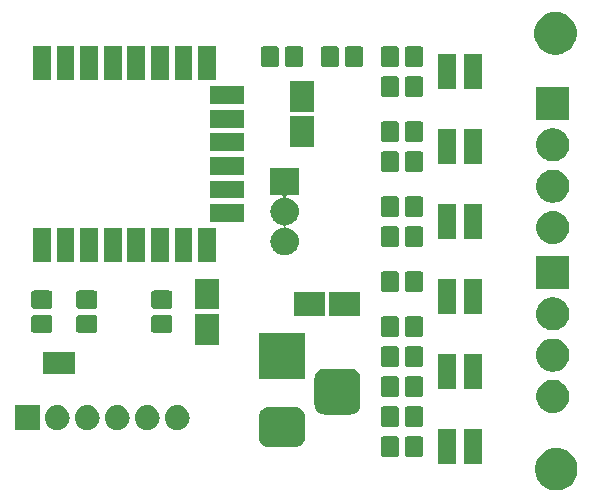
<source format=gbr>
G04 #@! TF.GenerationSoftware,KiCad,Pcbnew,(5.1.2-1)-1*
G04 #@! TF.CreationDate,2019-06-02T20:44:53-07:00*
G04 #@! TF.ProjectId,esp_lights,6573705f-6c69-4676-9874-732e6b696361,rev?*
G04 #@! TF.SameCoordinates,Original*
G04 #@! TF.FileFunction,Soldermask,Top*
G04 #@! TF.FilePolarity,Negative*
%FSLAX46Y46*%
G04 Gerber Fmt 4.6, Leading zero omitted, Abs format (unit mm)*
G04 Created by KiCad (PCBNEW (5.1.2-1)-1) date 2019-06-02 20:44:53*
%MOMM*%
%LPD*%
G04 APERTURE LIST*
%ADD10C,0.100000*%
G04 APERTURE END LIST*
D10*
G36*
X189951163Y-99194587D02*
G01*
X190125041Y-99229173D01*
X190452620Y-99364861D01*
X190747433Y-99561849D01*
X190998151Y-99812567D01*
X191195139Y-100107380D01*
X191330827Y-100434959D01*
X191400000Y-100782716D01*
X191400000Y-101137284D01*
X191330827Y-101485041D01*
X191195139Y-101812620D01*
X190998151Y-102107433D01*
X190747433Y-102358151D01*
X190452620Y-102555139D01*
X190125041Y-102690827D01*
X189951163Y-102725413D01*
X189777286Y-102760000D01*
X189422714Y-102760000D01*
X189248838Y-102725414D01*
X189074959Y-102690827D01*
X188747380Y-102555139D01*
X188452567Y-102358151D01*
X188201849Y-102107433D01*
X188004861Y-101812620D01*
X187869173Y-101485041D01*
X187800000Y-101137284D01*
X187800000Y-100782716D01*
X187869173Y-100434959D01*
X188004861Y-100107380D01*
X188201849Y-99812567D01*
X188452567Y-99561849D01*
X188747380Y-99364861D01*
X189074959Y-99229173D01*
X189248837Y-99194587D01*
X189422714Y-99160000D01*
X189777286Y-99160000D01*
X189951163Y-99194587D01*
X189951163Y-99194587D01*
G37*
G36*
X181080000Y-100535000D02*
G01*
X179620000Y-100535000D01*
X179620000Y-97585000D01*
X181080000Y-97585000D01*
X181080000Y-100535000D01*
X181080000Y-100535000D01*
G37*
G36*
X183280000Y-100535000D02*
G01*
X181820000Y-100535000D01*
X181820000Y-97585000D01*
X183280000Y-97585000D01*
X183280000Y-100535000D01*
X183280000Y-100535000D01*
G37*
G36*
X178115529Y-98165710D02*
G01*
X178165378Y-98180831D01*
X178211310Y-98205382D01*
X178251574Y-98238426D01*
X178284618Y-98278690D01*
X178309169Y-98324622D01*
X178324290Y-98374471D01*
X178330000Y-98432444D01*
X178330000Y-99687556D01*
X178324290Y-99745529D01*
X178309169Y-99795378D01*
X178284618Y-99841310D01*
X178251574Y-99881574D01*
X178211310Y-99914618D01*
X178165378Y-99939169D01*
X178115529Y-99954290D01*
X178057556Y-99960000D01*
X177052444Y-99960000D01*
X176994471Y-99954290D01*
X176944622Y-99939169D01*
X176898690Y-99914618D01*
X176858426Y-99881574D01*
X176825382Y-99841310D01*
X176800831Y-99795378D01*
X176785710Y-99745529D01*
X176780000Y-99687556D01*
X176780000Y-98432444D01*
X176785710Y-98374471D01*
X176800831Y-98324622D01*
X176825382Y-98278690D01*
X176858426Y-98238426D01*
X176898690Y-98205382D01*
X176944622Y-98180831D01*
X176994471Y-98165710D01*
X177052444Y-98160000D01*
X178057556Y-98160000D01*
X178115529Y-98165710D01*
X178115529Y-98165710D01*
G37*
G36*
X176065529Y-98165710D02*
G01*
X176115378Y-98180831D01*
X176161310Y-98205382D01*
X176201574Y-98238426D01*
X176234618Y-98278690D01*
X176259169Y-98324622D01*
X176274290Y-98374471D01*
X176280000Y-98432444D01*
X176280000Y-99687556D01*
X176274290Y-99745529D01*
X176259169Y-99795378D01*
X176234618Y-99841310D01*
X176201574Y-99881574D01*
X176161310Y-99914618D01*
X176115378Y-99939169D01*
X176065529Y-99954290D01*
X176007556Y-99960000D01*
X175002444Y-99960000D01*
X174944471Y-99954290D01*
X174894622Y-99939169D01*
X174848690Y-99914618D01*
X174808426Y-99881574D01*
X174775382Y-99841310D01*
X174750831Y-99795378D01*
X174735710Y-99745529D01*
X174730000Y-99687556D01*
X174730000Y-98432444D01*
X174735710Y-98374471D01*
X174750831Y-98324622D01*
X174775382Y-98278690D01*
X174808426Y-98238426D01*
X174848690Y-98205382D01*
X174894622Y-98180831D01*
X174944471Y-98165710D01*
X175002444Y-98160000D01*
X176007556Y-98160000D01*
X176065529Y-98165710D01*
X176065529Y-98165710D01*
G37*
G36*
X167686017Y-95715724D02*
G01*
X167833631Y-95760503D01*
X167969671Y-95833218D01*
X168088918Y-95931082D01*
X168186782Y-96050329D01*
X168259497Y-96186369D01*
X168304276Y-96333983D01*
X168320000Y-96493640D01*
X168320000Y-98306360D01*
X168304276Y-98466017D01*
X168259497Y-98613631D01*
X168186782Y-98749671D01*
X168088918Y-98868918D01*
X167969671Y-98966782D01*
X167833631Y-99039497D01*
X167686017Y-99084276D01*
X167526360Y-99100000D01*
X165213640Y-99100000D01*
X165053983Y-99084276D01*
X164906369Y-99039497D01*
X164770329Y-98966782D01*
X164651082Y-98868918D01*
X164553218Y-98749671D01*
X164480503Y-98613631D01*
X164435724Y-98466017D01*
X164420000Y-98306360D01*
X164420000Y-96493640D01*
X164435724Y-96333983D01*
X164480503Y-96186369D01*
X164553218Y-96050329D01*
X164651082Y-95931082D01*
X164770329Y-95833218D01*
X164906369Y-95760503D01*
X165053983Y-95715724D01*
X165213640Y-95700000D01*
X167526360Y-95700000D01*
X167686017Y-95715724D01*
X167686017Y-95715724D01*
G37*
G36*
X145850000Y-97650000D02*
G01*
X143750000Y-97650000D01*
X143750000Y-95550000D01*
X145850000Y-95550000D01*
X145850000Y-97650000D01*
X145850000Y-97650000D01*
G37*
G36*
X157628707Y-95557597D02*
G01*
X157705836Y-95565193D01*
X157886511Y-95620000D01*
X157903765Y-95625234D01*
X158086170Y-95722732D01*
X158246055Y-95853945D01*
X158377268Y-96013830D01*
X158474766Y-96196235D01*
X158474767Y-96196238D01*
X158534807Y-96394164D01*
X158555080Y-96600000D01*
X158534807Y-96805836D01*
X158474767Y-97003762D01*
X158474766Y-97003765D01*
X158377268Y-97186170D01*
X158246055Y-97346055D01*
X158086170Y-97477268D01*
X157903765Y-97574766D01*
X157903762Y-97574767D01*
X157705836Y-97634807D01*
X157628707Y-97642403D01*
X157551580Y-97650000D01*
X157448420Y-97650000D01*
X157371293Y-97642403D01*
X157294164Y-97634807D01*
X157096238Y-97574767D01*
X157096235Y-97574766D01*
X156913830Y-97477268D01*
X156753945Y-97346055D01*
X156622732Y-97186170D01*
X156525234Y-97003765D01*
X156525233Y-97003762D01*
X156465193Y-96805836D01*
X156444920Y-96600000D01*
X156465193Y-96394164D01*
X156525233Y-96196238D01*
X156525234Y-96196235D01*
X156622732Y-96013830D01*
X156753945Y-95853945D01*
X156913830Y-95722732D01*
X157096235Y-95625234D01*
X157113489Y-95620000D01*
X157294164Y-95565193D01*
X157371293Y-95557597D01*
X157448420Y-95550000D01*
X157551580Y-95550000D01*
X157628707Y-95557597D01*
X157628707Y-95557597D01*
G37*
G36*
X155088707Y-95557597D02*
G01*
X155165836Y-95565193D01*
X155346511Y-95620000D01*
X155363765Y-95625234D01*
X155546170Y-95722732D01*
X155706055Y-95853945D01*
X155837268Y-96013830D01*
X155934766Y-96196235D01*
X155934767Y-96196238D01*
X155994807Y-96394164D01*
X156015080Y-96600000D01*
X155994807Y-96805836D01*
X155934767Y-97003762D01*
X155934766Y-97003765D01*
X155837268Y-97186170D01*
X155706055Y-97346055D01*
X155546170Y-97477268D01*
X155363765Y-97574766D01*
X155363762Y-97574767D01*
X155165836Y-97634807D01*
X155088707Y-97642403D01*
X155011580Y-97650000D01*
X154908420Y-97650000D01*
X154831293Y-97642403D01*
X154754164Y-97634807D01*
X154556238Y-97574767D01*
X154556235Y-97574766D01*
X154373830Y-97477268D01*
X154213945Y-97346055D01*
X154082732Y-97186170D01*
X153985234Y-97003765D01*
X153985233Y-97003762D01*
X153925193Y-96805836D01*
X153904920Y-96600000D01*
X153925193Y-96394164D01*
X153985233Y-96196238D01*
X153985234Y-96196235D01*
X154082732Y-96013830D01*
X154213945Y-95853945D01*
X154373830Y-95722732D01*
X154556235Y-95625234D01*
X154573489Y-95620000D01*
X154754164Y-95565193D01*
X154831293Y-95557597D01*
X154908420Y-95550000D01*
X155011580Y-95550000D01*
X155088707Y-95557597D01*
X155088707Y-95557597D01*
G37*
G36*
X152548707Y-95557597D02*
G01*
X152625836Y-95565193D01*
X152806511Y-95620000D01*
X152823765Y-95625234D01*
X153006170Y-95722732D01*
X153166055Y-95853945D01*
X153297268Y-96013830D01*
X153394766Y-96196235D01*
X153394767Y-96196238D01*
X153454807Y-96394164D01*
X153475080Y-96600000D01*
X153454807Y-96805836D01*
X153394767Y-97003762D01*
X153394766Y-97003765D01*
X153297268Y-97186170D01*
X153166055Y-97346055D01*
X153006170Y-97477268D01*
X152823765Y-97574766D01*
X152823762Y-97574767D01*
X152625836Y-97634807D01*
X152548707Y-97642403D01*
X152471580Y-97650000D01*
X152368420Y-97650000D01*
X152291293Y-97642403D01*
X152214164Y-97634807D01*
X152016238Y-97574767D01*
X152016235Y-97574766D01*
X151833830Y-97477268D01*
X151673945Y-97346055D01*
X151542732Y-97186170D01*
X151445234Y-97003765D01*
X151445233Y-97003762D01*
X151385193Y-96805836D01*
X151364920Y-96600000D01*
X151385193Y-96394164D01*
X151445233Y-96196238D01*
X151445234Y-96196235D01*
X151542732Y-96013830D01*
X151673945Y-95853945D01*
X151833830Y-95722732D01*
X152016235Y-95625234D01*
X152033489Y-95620000D01*
X152214164Y-95565193D01*
X152291293Y-95557597D01*
X152368420Y-95550000D01*
X152471580Y-95550000D01*
X152548707Y-95557597D01*
X152548707Y-95557597D01*
G37*
G36*
X150008707Y-95557597D02*
G01*
X150085836Y-95565193D01*
X150266511Y-95620000D01*
X150283765Y-95625234D01*
X150466170Y-95722732D01*
X150626055Y-95853945D01*
X150757268Y-96013830D01*
X150854766Y-96196235D01*
X150854767Y-96196238D01*
X150914807Y-96394164D01*
X150935080Y-96600000D01*
X150914807Y-96805836D01*
X150854767Y-97003762D01*
X150854766Y-97003765D01*
X150757268Y-97186170D01*
X150626055Y-97346055D01*
X150466170Y-97477268D01*
X150283765Y-97574766D01*
X150283762Y-97574767D01*
X150085836Y-97634807D01*
X150008707Y-97642403D01*
X149931580Y-97650000D01*
X149828420Y-97650000D01*
X149751293Y-97642403D01*
X149674164Y-97634807D01*
X149476238Y-97574767D01*
X149476235Y-97574766D01*
X149293830Y-97477268D01*
X149133945Y-97346055D01*
X149002732Y-97186170D01*
X148905234Y-97003765D01*
X148905233Y-97003762D01*
X148845193Y-96805836D01*
X148824920Y-96600000D01*
X148845193Y-96394164D01*
X148905233Y-96196238D01*
X148905234Y-96196235D01*
X149002732Y-96013830D01*
X149133945Y-95853945D01*
X149293830Y-95722732D01*
X149476235Y-95625234D01*
X149493489Y-95620000D01*
X149674164Y-95565193D01*
X149751293Y-95557597D01*
X149828420Y-95550000D01*
X149931580Y-95550000D01*
X150008707Y-95557597D01*
X150008707Y-95557597D01*
G37*
G36*
X147468707Y-95557597D02*
G01*
X147545836Y-95565193D01*
X147726511Y-95620000D01*
X147743765Y-95625234D01*
X147926170Y-95722732D01*
X148086055Y-95853945D01*
X148217268Y-96013830D01*
X148314766Y-96196235D01*
X148314767Y-96196238D01*
X148374807Y-96394164D01*
X148395080Y-96600000D01*
X148374807Y-96805836D01*
X148314767Y-97003762D01*
X148314766Y-97003765D01*
X148217268Y-97186170D01*
X148086055Y-97346055D01*
X147926170Y-97477268D01*
X147743765Y-97574766D01*
X147743762Y-97574767D01*
X147545836Y-97634807D01*
X147468707Y-97642403D01*
X147391580Y-97650000D01*
X147288420Y-97650000D01*
X147211293Y-97642403D01*
X147134164Y-97634807D01*
X146936238Y-97574767D01*
X146936235Y-97574766D01*
X146753830Y-97477268D01*
X146593945Y-97346055D01*
X146462732Y-97186170D01*
X146365234Y-97003765D01*
X146365233Y-97003762D01*
X146305193Y-96805836D01*
X146284920Y-96600000D01*
X146305193Y-96394164D01*
X146365233Y-96196238D01*
X146365234Y-96196235D01*
X146462732Y-96013830D01*
X146593945Y-95853945D01*
X146753830Y-95722732D01*
X146936235Y-95625234D01*
X146953489Y-95620000D01*
X147134164Y-95565193D01*
X147211293Y-95557597D01*
X147288420Y-95550000D01*
X147391580Y-95550000D01*
X147468707Y-95557597D01*
X147468707Y-95557597D01*
G37*
G36*
X176065529Y-95625710D02*
G01*
X176115378Y-95640831D01*
X176161310Y-95665382D01*
X176201574Y-95698426D01*
X176234618Y-95738690D01*
X176259169Y-95784622D01*
X176274290Y-95834471D01*
X176280000Y-95892444D01*
X176280000Y-97147556D01*
X176274290Y-97205529D01*
X176259169Y-97255378D01*
X176234618Y-97301310D01*
X176201574Y-97341574D01*
X176161310Y-97374618D01*
X176115378Y-97399169D01*
X176065529Y-97414290D01*
X176007556Y-97420000D01*
X175002444Y-97420000D01*
X174944471Y-97414290D01*
X174894622Y-97399169D01*
X174848690Y-97374618D01*
X174808426Y-97341574D01*
X174775382Y-97301310D01*
X174750831Y-97255378D01*
X174735710Y-97205529D01*
X174730000Y-97147556D01*
X174730000Y-95892444D01*
X174735710Y-95834471D01*
X174750831Y-95784622D01*
X174775382Y-95738690D01*
X174808426Y-95698426D01*
X174848690Y-95665382D01*
X174894622Y-95640831D01*
X174944471Y-95625710D01*
X175002444Y-95620000D01*
X176007556Y-95620000D01*
X176065529Y-95625710D01*
X176065529Y-95625710D01*
G37*
G36*
X178115529Y-95625710D02*
G01*
X178165378Y-95640831D01*
X178211310Y-95665382D01*
X178251574Y-95698426D01*
X178284618Y-95738690D01*
X178309169Y-95784622D01*
X178324290Y-95834471D01*
X178330000Y-95892444D01*
X178330000Y-97147556D01*
X178324290Y-97205529D01*
X178309169Y-97255378D01*
X178284618Y-97301310D01*
X178251574Y-97341574D01*
X178211310Y-97374618D01*
X178165378Y-97399169D01*
X178115529Y-97414290D01*
X178057556Y-97420000D01*
X177052444Y-97420000D01*
X176994471Y-97414290D01*
X176944622Y-97399169D01*
X176898690Y-97374618D01*
X176858426Y-97341574D01*
X176825382Y-97301310D01*
X176800831Y-97255378D01*
X176785710Y-97205529D01*
X176780000Y-97147556D01*
X176780000Y-95892444D01*
X176785710Y-95834471D01*
X176800831Y-95784622D01*
X176825382Y-95738690D01*
X176858426Y-95698426D01*
X176898690Y-95665382D01*
X176944622Y-95640831D01*
X176994471Y-95625710D01*
X177052444Y-95620000D01*
X178057556Y-95620000D01*
X178115529Y-95625710D01*
X178115529Y-95625710D01*
G37*
G36*
X172285400Y-92468126D02*
G01*
X172456470Y-92520020D01*
X172614121Y-92604286D01*
X172752308Y-92717692D01*
X172865714Y-92855879D01*
X172949980Y-93013530D01*
X173001874Y-93184600D01*
X173020000Y-93368640D01*
X173020000Y-95431360D01*
X173001874Y-95615400D01*
X172949980Y-95786470D01*
X172865714Y-95944121D01*
X172752308Y-96082308D01*
X172614121Y-96195714D01*
X172456470Y-96279980D01*
X172285400Y-96331874D01*
X172101360Y-96350000D01*
X170038640Y-96350000D01*
X169854600Y-96331874D01*
X169683530Y-96279980D01*
X169525879Y-96195714D01*
X169387692Y-96082308D01*
X169274286Y-95944121D01*
X169190020Y-95786470D01*
X169138126Y-95615400D01*
X169120000Y-95431360D01*
X169120000Y-93368640D01*
X169138126Y-93184600D01*
X169190020Y-93013530D01*
X169274286Y-92855879D01*
X169387692Y-92717692D01*
X169525879Y-92604286D01*
X169683530Y-92520020D01*
X169854600Y-92468126D01*
X170038640Y-92450000D01*
X172101360Y-92450000D01*
X172285400Y-92468126D01*
X172285400Y-92468126D01*
G37*
G36*
X189523132Y-93416956D02*
G01*
X189708365Y-93453801D01*
X189963149Y-93559336D01*
X190192448Y-93712549D01*
X190387451Y-93907552D01*
X190540664Y-94136851D01*
X190646199Y-94391635D01*
X190700000Y-94662112D01*
X190700000Y-94937888D01*
X190646199Y-95208365D01*
X190571575Y-95388523D01*
X190553832Y-95431360D01*
X190540664Y-95463149D01*
X190387451Y-95692448D01*
X190192448Y-95887451D01*
X189963149Y-96040664D01*
X189708365Y-96146199D01*
X189573126Y-96173100D01*
X189437889Y-96200000D01*
X189162111Y-96200000D01*
X189026873Y-96173099D01*
X188891635Y-96146199D01*
X188636851Y-96040664D01*
X188407552Y-95887451D01*
X188212549Y-95692448D01*
X188059336Y-95463149D01*
X188046169Y-95431360D01*
X188028425Y-95388523D01*
X187953801Y-95208365D01*
X187900000Y-94937888D01*
X187900000Y-94662112D01*
X187953801Y-94391635D01*
X188059336Y-94136851D01*
X188212549Y-93907552D01*
X188407552Y-93712549D01*
X188636851Y-93559336D01*
X188891635Y-93453801D01*
X189076868Y-93416956D01*
X189162111Y-93400000D01*
X189437889Y-93400000D01*
X189523132Y-93416956D01*
X189523132Y-93416956D01*
G37*
G36*
X178115529Y-93085710D02*
G01*
X178165378Y-93100831D01*
X178211310Y-93125382D01*
X178251574Y-93158426D01*
X178284618Y-93198690D01*
X178309169Y-93244622D01*
X178324290Y-93294471D01*
X178330000Y-93352444D01*
X178330000Y-94607556D01*
X178324290Y-94665529D01*
X178309169Y-94715378D01*
X178284618Y-94761310D01*
X178251574Y-94801574D01*
X178211310Y-94834618D01*
X178165378Y-94859169D01*
X178115529Y-94874290D01*
X178057556Y-94880000D01*
X177052444Y-94880000D01*
X176994471Y-94874290D01*
X176944622Y-94859169D01*
X176898690Y-94834618D01*
X176858426Y-94801574D01*
X176825382Y-94761310D01*
X176800831Y-94715378D01*
X176785710Y-94665529D01*
X176780000Y-94607556D01*
X176780000Y-93352444D01*
X176785710Y-93294471D01*
X176800831Y-93244622D01*
X176825382Y-93198690D01*
X176858426Y-93158426D01*
X176898690Y-93125382D01*
X176944622Y-93100831D01*
X176994471Y-93085710D01*
X177052444Y-93080000D01*
X178057556Y-93080000D01*
X178115529Y-93085710D01*
X178115529Y-93085710D01*
G37*
G36*
X176065529Y-93085710D02*
G01*
X176115378Y-93100831D01*
X176161310Y-93125382D01*
X176201574Y-93158426D01*
X176234618Y-93198690D01*
X176259169Y-93244622D01*
X176274290Y-93294471D01*
X176280000Y-93352444D01*
X176280000Y-94607556D01*
X176274290Y-94665529D01*
X176259169Y-94715378D01*
X176234618Y-94761310D01*
X176201574Y-94801574D01*
X176161310Y-94834618D01*
X176115378Y-94859169D01*
X176065529Y-94874290D01*
X176007556Y-94880000D01*
X175002444Y-94880000D01*
X174944471Y-94874290D01*
X174894622Y-94859169D01*
X174848690Y-94834618D01*
X174808426Y-94801574D01*
X174775382Y-94761310D01*
X174750831Y-94715378D01*
X174735710Y-94665529D01*
X174730000Y-94607556D01*
X174730000Y-93352444D01*
X174735710Y-93294471D01*
X174750831Y-93244622D01*
X174775382Y-93198690D01*
X174808426Y-93158426D01*
X174848690Y-93125382D01*
X174894622Y-93100831D01*
X174944471Y-93085710D01*
X175002444Y-93080000D01*
X176007556Y-93080000D01*
X176065529Y-93085710D01*
X176065529Y-93085710D01*
G37*
G36*
X181080000Y-94185000D02*
G01*
X179620000Y-94185000D01*
X179620000Y-91235000D01*
X181080000Y-91235000D01*
X181080000Y-94185000D01*
X181080000Y-94185000D01*
G37*
G36*
X183280000Y-94185000D02*
G01*
X181820000Y-94185000D01*
X181820000Y-91235000D01*
X183280000Y-91235000D01*
X183280000Y-94185000D01*
X183280000Y-94185000D01*
G37*
G36*
X168320000Y-93350000D02*
G01*
X164420000Y-93350000D01*
X164420000Y-89450000D01*
X168320000Y-89450000D01*
X168320000Y-93350000D01*
X168320000Y-93350000D01*
G37*
G36*
X148820000Y-92910000D02*
G01*
X146120000Y-92910000D01*
X146120000Y-91010000D01*
X148820000Y-91010000D01*
X148820000Y-92910000D01*
X148820000Y-92910000D01*
G37*
G36*
X189573127Y-89926901D02*
G01*
X189708365Y-89953801D01*
X189963149Y-90059336D01*
X190192448Y-90212549D01*
X190387451Y-90407552D01*
X190540664Y-90636851D01*
X190646199Y-90891635D01*
X190700000Y-91162112D01*
X190700000Y-91437888D01*
X190646199Y-91708365D01*
X190540664Y-91963149D01*
X190387451Y-92192448D01*
X190192448Y-92387451D01*
X189963149Y-92540664D01*
X189708365Y-92646199D01*
X189573126Y-92673100D01*
X189437889Y-92700000D01*
X189162111Y-92700000D01*
X189026874Y-92673100D01*
X188891635Y-92646199D01*
X188636851Y-92540664D01*
X188407552Y-92387451D01*
X188212549Y-92192448D01*
X188059336Y-91963149D01*
X187953801Y-91708365D01*
X187900000Y-91437888D01*
X187900000Y-91162112D01*
X187953801Y-90891635D01*
X188059336Y-90636851D01*
X188212549Y-90407552D01*
X188407552Y-90212549D01*
X188636851Y-90059336D01*
X188891635Y-89953801D01*
X189026874Y-89926900D01*
X189162111Y-89900000D01*
X189437889Y-89900000D01*
X189573127Y-89926901D01*
X189573127Y-89926901D01*
G37*
G36*
X178115529Y-90545710D02*
G01*
X178165378Y-90560831D01*
X178211310Y-90585382D01*
X178251574Y-90618426D01*
X178284618Y-90658690D01*
X178309169Y-90704622D01*
X178324290Y-90754471D01*
X178330000Y-90812444D01*
X178330000Y-92067556D01*
X178324290Y-92125529D01*
X178309169Y-92175378D01*
X178284618Y-92221310D01*
X178251574Y-92261574D01*
X178211310Y-92294618D01*
X178165378Y-92319169D01*
X178115529Y-92334290D01*
X178057556Y-92340000D01*
X177052444Y-92340000D01*
X176994471Y-92334290D01*
X176944622Y-92319169D01*
X176898690Y-92294618D01*
X176858426Y-92261574D01*
X176825382Y-92221310D01*
X176800831Y-92175378D01*
X176785710Y-92125529D01*
X176780000Y-92067556D01*
X176780000Y-90812444D01*
X176785710Y-90754471D01*
X176800831Y-90704622D01*
X176825382Y-90658690D01*
X176858426Y-90618426D01*
X176898690Y-90585382D01*
X176944622Y-90560831D01*
X176994471Y-90545710D01*
X177052444Y-90540000D01*
X178057556Y-90540000D01*
X178115529Y-90545710D01*
X178115529Y-90545710D01*
G37*
G36*
X176065529Y-90545710D02*
G01*
X176115378Y-90560831D01*
X176161310Y-90585382D01*
X176201574Y-90618426D01*
X176234618Y-90658690D01*
X176259169Y-90704622D01*
X176274290Y-90754471D01*
X176280000Y-90812444D01*
X176280000Y-92067556D01*
X176274290Y-92125529D01*
X176259169Y-92175378D01*
X176234618Y-92221310D01*
X176201574Y-92261574D01*
X176161310Y-92294618D01*
X176115378Y-92319169D01*
X176065529Y-92334290D01*
X176007556Y-92340000D01*
X175002444Y-92340000D01*
X174944471Y-92334290D01*
X174894622Y-92319169D01*
X174848690Y-92294618D01*
X174808426Y-92261574D01*
X174775382Y-92221310D01*
X174750831Y-92175378D01*
X174735710Y-92125529D01*
X174730000Y-92067556D01*
X174730000Y-90812444D01*
X174735710Y-90754471D01*
X174750831Y-90704622D01*
X174775382Y-90658690D01*
X174808426Y-90618426D01*
X174848690Y-90585382D01*
X174894622Y-90560831D01*
X174944471Y-90545710D01*
X175002444Y-90540000D01*
X176007556Y-90540000D01*
X176065529Y-90545710D01*
X176065529Y-90545710D01*
G37*
G36*
X161020000Y-90430000D02*
G01*
X159020000Y-90430000D01*
X159020000Y-87830000D01*
X161020000Y-87830000D01*
X161020000Y-90430000D01*
X161020000Y-90430000D01*
G37*
G36*
X178115529Y-88005710D02*
G01*
X178165378Y-88020831D01*
X178211310Y-88045382D01*
X178251574Y-88078426D01*
X178284618Y-88118690D01*
X178309169Y-88164622D01*
X178324290Y-88214471D01*
X178330000Y-88272444D01*
X178330000Y-89527556D01*
X178324290Y-89585529D01*
X178309169Y-89635378D01*
X178284618Y-89681310D01*
X178251574Y-89721574D01*
X178211310Y-89754618D01*
X178165378Y-89779169D01*
X178115529Y-89794290D01*
X178057556Y-89800000D01*
X177052444Y-89800000D01*
X176994471Y-89794290D01*
X176944622Y-89779169D01*
X176898690Y-89754618D01*
X176858426Y-89721574D01*
X176825382Y-89681310D01*
X176800831Y-89635378D01*
X176785710Y-89585529D01*
X176780000Y-89527556D01*
X176780000Y-88272444D01*
X176785710Y-88214471D01*
X176800831Y-88164622D01*
X176825382Y-88118690D01*
X176858426Y-88078426D01*
X176898690Y-88045382D01*
X176944622Y-88020831D01*
X176994471Y-88005710D01*
X177052444Y-88000000D01*
X178057556Y-88000000D01*
X178115529Y-88005710D01*
X178115529Y-88005710D01*
G37*
G36*
X176065529Y-88005710D02*
G01*
X176115378Y-88020831D01*
X176161310Y-88045382D01*
X176201574Y-88078426D01*
X176234618Y-88118690D01*
X176259169Y-88164622D01*
X176274290Y-88214471D01*
X176280000Y-88272444D01*
X176280000Y-89527556D01*
X176274290Y-89585529D01*
X176259169Y-89635378D01*
X176234618Y-89681310D01*
X176201574Y-89721574D01*
X176161310Y-89754618D01*
X176115378Y-89779169D01*
X176065529Y-89794290D01*
X176007556Y-89800000D01*
X175002444Y-89800000D01*
X174944471Y-89794290D01*
X174894622Y-89779169D01*
X174848690Y-89754618D01*
X174808426Y-89721574D01*
X174775382Y-89681310D01*
X174750831Y-89635378D01*
X174735710Y-89585529D01*
X174730000Y-89527556D01*
X174730000Y-88272444D01*
X174735710Y-88214471D01*
X174750831Y-88164622D01*
X174775382Y-88118690D01*
X174808426Y-88078426D01*
X174848690Y-88045382D01*
X174894622Y-88020831D01*
X174944471Y-88005710D01*
X175002444Y-88000000D01*
X176007556Y-88000000D01*
X176065529Y-88005710D01*
X176065529Y-88005710D01*
G37*
G36*
X156895529Y-87885710D02*
G01*
X156945378Y-87900831D01*
X156991310Y-87925382D01*
X157031574Y-87958426D01*
X157064618Y-87998690D01*
X157089169Y-88044622D01*
X157104290Y-88094471D01*
X157110000Y-88152444D01*
X157110000Y-89157556D01*
X157104290Y-89215529D01*
X157089169Y-89265378D01*
X157064618Y-89311310D01*
X157031574Y-89351574D01*
X156991310Y-89384618D01*
X156945378Y-89409169D01*
X156895529Y-89424290D01*
X156837556Y-89430000D01*
X155582444Y-89430000D01*
X155524471Y-89424290D01*
X155474622Y-89409169D01*
X155428690Y-89384618D01*
X155388426Y-89351574D01*
X155355382Y-89311310D01*
X155330831Y-89265378D01*
X155315710Y-89215529D01*
X155310000Y-89157556D01*
X155310000Y-88152444D01*
X155315710Y-88094471D01*
X155330831Y-88044622D01*
X155355382Y-87998690D01*
X155388426Y-87958426D01*
X155428690Y-87925382D01*
X155474622Y-87900831D01*
X155524471Y-87885710D01*
X155582444Y-87880000D01*
X156837556Y-87880000D01*
X156895529Y-87885710D01*
X156895529Y-87885710D01*
G37*
G36*
X150545529Y-87885710D02*
G01*
X150595378Y-87900831D01*
X150641310Y-87925382D01*
X150681574Y-87958426D01*
X150714618Y-87998690D01*
X150739169Y-88044622D01*
X150754290Y-88094471D01*
X150760000Y-88152444D01*
X150760000Y-89157556D01*
X150754290Y-89215529D01*
X150739169Y-89265378D01*
X150714618Y-89311310D01*
X150681574Y-89351574D01*
X150641310Y-89384618D01*
X150595378Y-89409169D01*
X150545529Y-89424290D01*
X150487556Y-89430000D01*
X149232444Y-89430000D01*
X149174471Y-89424290D01*
X149124622Y-89409169D01*
X149078690Y-89384618D01*
X149038426Y-89351574D01*
X149005382Y-89311310D01*
X148980831Y-89265378D01*
X148965710Y-89215529D01*
X148960000Y-89157556D01*
X148960000Y-88152444D01*
X148965710Y-88094471D01*
X148980831Y-88044622D01*
X149005382Y-87998690D01*
X149038426Y-87958426D01*
X149078690Y-87925382D01*
X149124622Y-87900831D01*
X149174471Y-87885710D01*
X149232444Y-87880000D01*
X150487556Y-87880000D01*
X150545529Y-87885710D01*
X150545529Y-87885710D01*
G37*
G36*
X146735529Y-87885710D02*
G01*
X146785378Y-87900831D01*
X146831310Y-87925382D01*
X146871574Y-87958426D01*
X146904618Y-87998690D01*
X146929169Y-88044622D01*
X146944290Y-88094471D01*
X146950000Y-88152444D01*
X146950000Y-89157556D01*
X146944290Y-89215529D01*
X146929169Y-89265378D01*
X146904618Y-89311310D01*
X146871574Y-89351574D01*
X146831310Y-89384618D01*
X146785378Y-89409169D01*
X146735529Y-89424290D01*
X146677556Y-89430000D01*
X145422444Y-89430000D01*
X145364471Y-89424290D01*
X145314622Y-89409169D01*
X145268690Y-89384618D01*
X145228426Y-89351574D01*
X145195382Y-89311310D01*
X145170831Y-89265378D01*
X145155710Y-89215529D01*
X145150000Y-89157556D01*
X145150000Y-88152444D01*
X145155710Y-88094471D01*
X145170831Y-88044622D01*
X145195382Y-87998690D01*
X145228426Y-87958426D01*
X145268690Y-87925382D01*
X145314622Y-87900831D01*
X145364471Y-87885710D01*
X145422444Y-87880000D01*
X146677556Y-87880000D01*
X146735529Y-87885710D01*
X146735529Y-87885710D01*
G37*
G36*
X189573127Y-86426901D02*
G01*
X189708365Y-86453801D01*
X189963149Y-86559336D01*
X190192448Y-86712549D01*
X190387451Y-86907552D01*
X190521908Y-87108781D01*
X190540665Y-87136853D01*
X190571575Y-87211477D01*
X190641380Y-87380000D01*
X190646199Y-87391636D01*
X190700000Y-87662111D01*
X190700000Y-87937889D01*
X190686357Y-88006475D01*
X190646199Y-88208365D01*
X190540664Y-88463149D01*
X190387451Y-88692448D01*
X190192448Y-88887451D01*
X189963149Y-89040664D01*
X189708365Y-89146199D01*
X189573126Y-89173100D01*
X189437889Y-89200000D01*
X189162111Y-89200000D01*
X189026874Y-89173100D01*
X188891635Y-89146199D01*
X188636851Y-89040664D01*
X188407552Y-88887451D01*
X188212549Y-88692448D01*
X188059336Y-88463149D01*
X187953801Y-88208365D01*
X187913643Y-88006475D01*
X187900000Y-87937889D01*
X187900000Y-87662111D01*
X187953801Y-87391636D01*
X187958621Y-87380000D01*
X188028425Y-87211477D01*
X188059335Y-87136853D01*
X188078092Y-87108781D01*
X188212549Y-86907552D01*
X188407552Y-86712549D01*
X188636851Y-86559336D01*
X188891635Y-86453801D01*
X189026873Y-86426901D01*
X189162111Y-86400000D01*
X189437889Y-86400000D01*
X189573127Y-86426901D01*
X189573127Y-86426901D01*
G37*
G36*
X170000000Y-88000000D02*
G01*
X167400000Y-88000000D01*
X167400000Y-86000000D01*
X170000000Y-86000000D01*
X170000000Y-88000000D01*
X170000000Y-88000000D01*
G37*
G36*
X173000000Y-88000000D02*
G01*
X170400000Y-88000000D01*
X170400000Y-86000000D01*
X173000000Y-86000000D01*
X173000000Y-88000000D01*
X173000000Y-88000000D01*
G37*
G36*
X183280000Y-87835000D02*
G01*
X181820000Y-87835000D01*
X181820000Y-84885000D01*
X183280000Y-84885000D01*
X183280000Y-87835000D01*
X183280000Y-87835000D01*
G37*
G36*
X181080000Y-87835000D02*
G01*
X179620000Y-87835000D01*
X179620000Y-84885000D01*
X181080000Y-84885000D01*
X181080000Y-87835000D01*
X181080000Y-87835000D01*
G37*
G36*
X161020000Y-87430000D02*
G01*
X159020000Y-87430000D01*
X159020000Y-84830000D01*
X161020000Y-84830000D01*
X161020000Y-87430000D01*
X161020000Y-87430000D01*
G37*
G36*
X146735529Y-85835710D02*
G01*
X146785378Y-85850831D01*
X146831310Y-85875382D01*
X146871574Y-85908426D01*
X146904618Y-85948690D01*
X146929169Y-85994622D01*
X146944290Y-86044471D01*
X146950000Y-86102444D01*
X146950000Y-87107556D01*
X146944290Y-87165529D01*
X146929169Y-87215378D01*
X146904618Y-87261310D01*
X146871574Y-87301574D01*
X146831310Y-87334618D01*
X146785378Y-87359169D01*
X146735529Y-87374290D01*
X146677556Y-87380000D01*
X145422444Y-87380000D01*
X145364471Y-87374290D01*
X145314622Y-87359169D01*
X145268690Y-87334618D01*
X145228426Y-87301574D01*
X145195382Y-87261310D01*
X145170831Y-87215378D01*
X145155710Y-87165529D01*
X145150000Y-87107556D01*
X145150000Y-86102444D01*
X145155710Y-86044471D01*
X145170831Y-85994622D01*
X145195382Y-85948690D01*
X145228426Y-85908426D01*
X145268690Y-85875382D01*
X145314622Y-85850831D01*
X145364471Y-85835710D01*
X145422444Y-85830000D01*
X146677556Y-85830000D01*
X146735529Y-85835710D01*
X146735529Y-85835710D01*
G37*
G36*
X150545529Y-85835710D02*
G01*
X150595378Y-85850831D01*
X150641310Y-85875382D01*
X150681574Y-85908426D01*
X150714618Y-85948690D01*
X150739169Y-85994622D01*
X150754290Y-86044471D01*
X150760000Y-86102444D01*
X150760000Y-87107556D01*
X150754290Y-87165529D01*
X150739169Y-87215378D01*
X150714618Y-87261310D01*
X150681574Y-87301574D01*
X150641310Y-87334618D01*
X150595378Y-87359169D01*
X150545529Y-87374290D01*
X150487556Y-87380000D01*
X149232444Y-87380000D01*
X149174471Y-87374290D01*
X149124622Y-87359169D01*
X149078690Y-87334618D01*
X149038426Y-87301574D01*
X149005382Y-87261310D01*
X148980831Y-87215378D01*
X148965710Y-87165529D01*
X148960000Y-87107556D01*
X148960000Y-86102444D01*
X148965710Y-86044471D01*
X148980831Y-85994622D01*
X149005382Y-85948690D01*
X149038426Y-85908426D01*
X149078690Y-85875382D01*
X149124622Y-85850831D01*
X149174471Y-85835710D01*
X149232444Y-85830000D01*
X150487556Y-85830000D01*
X150545529Y-85835710D01*
X150545529Y-85835710D01*
G37*
G36*
X156895529Y-85835710D02*
G01*
X156945378Y-85850831D01*
X156991310Y-85875382D01*
X157031574Y-85908426D01*
X157064618Y-85948690D01*
X157089169Y-85994622D01*
X157104290Y-86044471D01*
X157110000Y-86102444D01*
X157110000Y-87107556D01*
X157104290Y-87165529D01*
X157089169Y-87215378D01*
X157064618Y-87261310D01*
X157031574Y-87301574D01*
X156991310Y-87334618D01*
X156945378Y-87359169D01*
X156895529Y-87374290D01*
X156837556Y-87380000D01*
X155582444Y-87380000D01*
X155524471Y-87374290D01*
X155474622Y-87359169D01*
X155428690Y-87334618D01*
X155388426Y-87301574D01*
X155355382Y-87261310D01*
X155330831Y-87215378D01*
X155315710Y-87165529D01*
X155310000Y-87107556D01*
X155310000Y-86102444D01*
X155315710Y-86044471D01*
X155330831Y-85994622D01*
X155355382Y-85948690D01*
X155388426Y-85908426D01*
X155428690Y-85875382D01*
X155474622Y-85850831D01*
X155524471Y-85835710D01*
X155582444Y-85830000D01*
X156837556Y-85830000D01*
X156895529Y-85835710D01*
X156895529Y-85835710D01*
G37*
G36*
X176065529Y-84195710D02*
G01*
X176115378Y-84210831D01*
X176161310Y-84235382D01*
X176201574Y-84268426D01*
X176234618Y-84308690D01*
X176259169Y-84354622D01*
X176274290Y-84404471D01*
X176280000Y-84462444D01*
X176280000Y-85717556D01*
X176274290Y-85775529D01*
X176259169Y-85825378D01*
X176234618Y-85871310D01*
X176201574Y-85911574D01*
X176161310Y-85944618D01*
X176115378Y-85969169D01*
X176065529Y-85984290D01*
X176007556Y-85990000D01*
X175002444Y-85990000D01*
X174944471Y-85984290D01*
X174894622Y-85969169D01*
X174848690Y-85944618D01*
X174808426Y-85911574D01*
X174775382Y-85871310D01*
X174750831Y-85825378D01*
X174735710Y-85775529D01*
X174730000Y-85717556D01*
X174730000Y-84462444D01*
X174735710Y-84404471D01*
X174750831Y-84354622D01*
X174775382Y-84308690D01*
X174808426Y-84268426D01*
X174848690Y-84235382D01*
X174894622Y-84210831D01*
X174944471Y-84195710D01*
X175002444Y-84190000D01*
X176007556Y-84190000D01*
X176065529Y-84195710D01*
X176065529Y-84195710D01*
G37*
G36*
X178115529Y-84195710D02*
G01*
X178165378Y-84210831D01*
X178211310Y-84235382D01*
X178251574Y-84268426D01*
X178284618Y-84308690D01*
X178309169Y-84354622D01*
X178324290Y-84404471D01*
X178330000Y-84462444D01*
X178330000Y-85717556D01*
X178324290Y-85775529D01*
X178309169Y-85825378D01*
X178284618Y-85871310D01*
X178251574Y-85911574D01*
X178211310Y-85944618D01*
X178165378Y-85969169D01*
X178115529Y-85984290D01*
X178057556Y-85990000D01*
X177052444Y-85990000D01*
X176994471Y-85984290D01*
X176944622Y-85969169D01*
X176898690Y-85944618D01*
X176858426Y-85911574D01*
X176825382Y-85871310D01*
X176800831Y-85825378D01*
X176785710Y-85775529D01*
X176780000Y-85717556D01*
X176780000Y-84462444D01*
X176785710Y-84404471D01*
X176800831Y-84354622D01*
X176825382Y-84308690D01*
X176858426Y-84268426D01*
X176898690Y-84235382D01*
X176944622Y-84210831D01*
X176994471Y-84195710D01*
X177052444Y-84190000D01*
X178057556Y-84190000D01*
X178115529Y-84195710D01*
X178115529Y-84195710D01*
G37*
G36*
X190700000Y-85700000D02*
G01*
X187900000Y-85700000D01*
X187900000Y-82900000D01*
X190700000Y-82900000D01*
X190700000Y-85700000D01*
X190700000Y-85700000D01*
G37*
G36*
X148800000Y-83430000D02*
G01*
X147300000Y-83430000D01*
X147300000Y-80530000D01*
X148800000Y-80530000D01*
X148800000Y-83430000D01*
X148800000Y-83430000D01*
G37*
G36*
X154800000Y-83430000D02*
G01*
X153300000Y-83430000D01*
X153300000Y-80530000D01*
X154800000Y-80530000D01*
X154800000Y-83430000D01*
X154800000Y-83430000D01*
G37*
G36*
X146800000Y-83430000D02*
G01*
X145300000Y-83430000D01*
X145300000Y-80530000D01*
X146800000Y-80530000D01*
X146800000Y-83430000D01*
X146800000Y-83430000D01*
G37*
G36*
X150800000Y-83430000D02*
G01*
X149300000Y-83430000D01*
X149300000Y-80530000D01*
X150800000Y-80530000D01*
X150800000Y-83430000D01*
X150800000Y-83430000D01*
G37*
G36*
X152800000Y-83430000D02*
G01*
X151300000Y-83430000D01*
X151300000Y-80530000D01*
X152800000Y-80530000D01*
X152800000Y-83430000D01*
X152800000Y-83430000D01*
G37*
G36*
X156800000Y-83430000D02*
G01*
X155300000Y-83430000D01*
X155300000Y-80530000D01*
X156800000Y-80530000D01*
X156800000Y-83430000D01*
X156800000Y-83430000D01*
G37*
G36*
X158800000Y-83430000D02*
G01*
X157300000Y-83430000D01*
X157300000Y-80530000D01*
X158800000Y-80530000D01*
X158800000Y-83430000D01*
X158800000Y-83430000D01*
G37*
G36*
X160800000Y-83430000D02*
G01*
X159300000Y-83430000D01*
X159300000Y-80530000D01*
X160800000Y-80530000D01*
X160800000Y-83430000D01*
X160800000Y-83430000D01*
G37*
G36*
X167800000Y-77752500D02*
G01*
X166862531Y-77752500D01*
X166838145Y-77754902D01*
X166814696Y-77762015D01*
X166793085Y-77773566D01*
X166774143Y-77789111D01*
X166758598Y-77808053D01*
X166747047Y-77829664D01*
X166739934Y-77853113D01*
X166737532Y-77877499D01*
X166739934Y-77901885D01*
X166747047Y-77925334D01*
X166758598Y-77946945D01*
X166774143Y-77965887D01*
X166793085Y-77981432D01*
X166814696Y-77992983D01*
X166850279Y-78001896D01*
X166873429Y-78004176D01*
X167090676Y-78070077D01*
X167090679Y-78070078D01*
X167270344Y-78166112D01*
X167290893Y-78177095D01*
X167336607Y-78214612D01*
X167466384Y-78321116D01*
X167572888Y-78450893D01*
X167610405Y-78496607D01*
X167610406Y-78496609D01*
X167717422Y-78696821D01*
X167717423Y-78696824D01*
X167783324Y-78914071D01*
X167805576Y-79140000D01*
X167783324Y-79365929D01*
X167736190Y-79521310D01*
X167717422Y-79583179D01*
X167690511Y-79633525D01*
X167610405Y-79783393D01*
X167572888Y-79829107D01*
X167466384Y-79958884D01*
X167336607Y-80065388D01*
X167290893Y-80102905D01*
X167290891Y-80102906D01*
X167090679Y-80209922D01*
X167090676Y-80209923D01*
X166873429Y-80275824D01*
X166795961Y-80283454D01*
X166774141Y-80285603D01*
X166750108Y-80290383D01*
X166727469Y-80299761D01*
X166707094Y-80313375D01*
X166689767Y-80330702D01*
X166676154Y-80351076D01*
X166666776Y-80373715D01*
X166661996Y-80397748D01*
X166661996Y-80422252D01*
X166666776Y-80446285D01*
X166676154Y-80468924D01*
X166689768Y-80489299D01*
X166707095Y-80506626D01*
X166727469Y-80520239D01*
X166750108Y-80529617D01*
X166774141Y-80534397D01*
X166873429Y-80544176D01*
X167090676Y-80610077D01*
X167090679Y-80610078D01*
X167270344Y-80706112D01*
X167290893Y-80717095D01*
X167336607Y-80754612D01*
X167466384Y-80861116D01*
X167572888Y-80990893D01*
X167610405Y-81036607D01*
X167610406Y-81036609D01*
X167717422Y-81236821D01*
X167717423Y-81236824D01*
X167783324Y-81454071D01*
X167805576Y-81680000D01*
X167783324Y-81905929D01*
X167736190Y-82061310D01*
X167717422Y-82123179D01*
X167690511Y-82173525D01*
X167610405Y-82323393D01*
X167572888Y-82369107D01*
X167466384Y-82498884D01*
X167336607Y-82605388D01*
X167290893Y-82642905D01*
X167290891Y-82642906D01*
X167090679Y-82749922D01*
X167090676Y-82749923D01*
X166873429Y-82815824D01*
X166816991Y-82821383D01*
X166704116Y-82832500D01*
X166495884Y-82832500D01*
X166383009Y-82821383D01*
X166326571Y-82815824D01*
X166109324Y-82749923D01*
X166109321Y-82749922D01*
X165909109Y-82642906D01*
X165909107Y-82642905D01*
X165863393Y-82605388D01*
X165733616Y-82498884D01*
X165627112Y-82369107D01*
X165589595Y-82323393D01*
X165509489Y-82173525D01*
X165482578Y-82123179D01*
X165463810Y-82061310D01*
X165416676Y-81905929D01*
X165394424Y-81680000D01*
X165416676Y-81454071D01*
X165482577Y-81236824D01*
X165482578Y-81236821D01*
X165589594Y-81036609D01*
X165589595Y-81036607D01*
X165627112Y-80990893D01*
X165733616Y-80861116D01*
X165863393Y-80754612D01*
X165909107Y-80717095D01*
X165929656Y-80706112D01*
X166109321Y-80610078D01*
X166109324Y-80610077D01*
X166326571Y-80544176D01*
X166425859Y-80534397D01*
X166449892Y-80529617D01*
X166472531Y-80520239D01*
X166492906Y-80506625D01*
X166510233Y-80489298D01*
X166523846Y-80468924D01*
X166533224Y-80446285D01*
X166538004Y-80422252D01*
X166538004Y-80397748D01*
X166533224Y-80373715D01*
X166523846Y-80351076D01*
X166510232Y-80330701D01*
X166492905Y-80313374D01*
X166472531Y-80299761D01*
X166449892Y-80290383D01*
X166425859Y-80285603D01*
X166404039Y-80283454D01*
X166326571Y-80275824D01*
X166109324Y-80209923D01*
X166109321Y-80209922D01*
X165909109Y-80102906D01*
X165909107Y-80102905D01*
X165863393Y-80065388D01*
X165733616Y-79958884D01*
X165627112Y-79829107D01*
X165589595Y-79783393D01*
X165509489Y-79633525D01*
X165482578Y-79583179D01*
X165463810Y-79521310D01*
X165416676Y-79365929D01*
X165394424Y-79140000D01*
X165416676Y-78914071D01*
X165482577Y-78696824D01*
X165482578Y-78696821D01*
X165589594Y-78496609D01*
X165589595Y-78496607D01*
X165627112Y-78450893D01*
X165733616Y-78321116D01*
X165863393Y-78214612D01*
X165909107Y-78177095D01*
X165929656Y-78166112D01*
X166109321Y-78070078D01*
X166109324Y-78070077D01*
X166326571Y-78004176D01*
X166349722Y-78001896D01*
X166373755Y-77997115D01*
X166396393Y-77987738D01*
X166416768Y-77974124D01*
X166434095Y-77956797D01*
X166447708Y-77936423D01*
X166457086Y-77913784D01*
X166461866Y-77889751D01*
X166461866Y-77865247D01*
X166457085Y-77841213D01*
X166447708Y-77818575D01*
X166434094Y-77798200D01*
X166416767Y-77780873D01*
X166396393Y-77767260D01*
X166373754Y-77757882D01*
X166337469Y-77752500D01*
X165400000Y-77752500D01*
X165400000Y-75447500D01*
X167800000Y-75447500D01*
X167800000Y-77752500D01*
X167800000Y-77752500D01*
G37*
G36*
X176065529Y-80385710D02*
G01*
X176115378Y-80400831D01*
X176161310Y-80425382D01*
X176201574Y-80458426D01*
X176234618Y-80498690D01*
X176259169Y-80544622D01*
X176274290Y-80594471D01*
X176280000Y-80652444D01*
X176280000Y-81907556D01*
X176274290Y-81965529D01*
X176259169Y-82015378D01*
X176234618Y-82061310D01*
X176201574Y-82101574D01*
X176161310Y-82134618D01*
X176115378Y-82159169D01*
X176065529Y-82174290D01*
X176007556Y-82180000D01*
X175002444Y-82180000D01*
X174944471Y-82174290D01*
X174894622Y-82159169D01*
X174848690Y-82134618D01*
X174808426Y-82101574D01*
X174775382Y-82061310D01*
X174750831Y-82015378D01*
X174735710Y-81965529D01*
X174730000Y-81907556D01*
X174730000Y-80652444D01*
X174735710Y-80594471D01*
X174750831Y-80544622D01*
X174775382Y-80498690D01*
X174808426Y-80458426D01*
X174848690Y-80425382D01*
X174894622Y-80400831D01*
X174944471Y-80385710D01*
X175002444Y-80380000D01*
X176007556Y-80380000D01*
X176065529Y-80385710D01*
X176065529Y-80385710D01*
G37*
G36*
X178115529Y-80385710D02*
G01*
X178165378Y-80400831D01*
X178211310Y-80425382D01*
X178251574Y-80458426D01*
X178284618Y-80498690D01*
X178309169Y-80544622D01*
X178324290Y-80594471D01*
X178330000Y-80652444D01*
X178330000Y-81907556D01*
X178324290Y-81965529D01*
X178309169Y-82015378D01*
X178284618Y-82061310D01*
X178251574Y-82101574D01*
X178211310Y-82134618D01*
X178165378Y-82159169D01*
X178115529Y-82174290D01*
X178057556Y-82180000D01*
X177052444Y-82180000D01*
X176994471Y-82174290D01*
X176944622Y-82159169D01*
X176898690Y-82134618D01*
X176858426Y-82101574D01*
X176825382Y-82061310D01*
X176800831Y-82015378D01*
X176785710Y-81965529D01*
X176780000Y-81907556D01*
X176780000Y-80652444D01*
X176785710Y-80594471D01*
X176800831Y-80544622D01*
X176825382Y-80498690D01*
X176858426Y-80458426D01*
X176898690Y-80425382D01*
X176944622Y-80400831D01*
X176994471Y-80385710D01*
X177052444Y-80380000D01*
X178057556Y-80380000D01*
X178115529Y-80385710D01*
X178115529Y-80385710D01*
G37*
G36*
X189573127Y-79126901D02*
G01*
X189708365Y-79153801D01*
X189963149Y-79259336D01*
X190192448Y-79412549D01*
X190387451Y-79607552D01*
X190409132Y-79640000D01*
X190540665Y-79836853D01*
X190646199Y-80091636D01*
X190700000Y-80362111D01*
X190700000Y-80637889D01*
X190684245Y-80717094D01*
X190646199Y-80908365D01*
X190540664Y-81163149D01*
X190387451Y-81392448D01*
X190192448Y-81587451D01*
X189963149Y-81740664D01*
X189708365Y-81846199D01*
X189573127Y-81873099D01*
X189437889Y-81900000D01*
X189162111Y-81900000D01*
X189026873Y-81873099D01*
X188891635Y-81846199D01*
X188636851Y-81740664D01*
X188407552Y-81587451D01*
X188212549Y-81392448D01*
X188059336Y-81163149D01*
X187953801Y-80908365D01*
X187915755Y-80717094D01*
X187900000Y-80637889D01*
X187900000Y-80362111D01*
X187953801Y-80091636D01*
X188059335Y-79836853D01*
X188190868Y-79640000D01*
X188212549Y-79607552D01*
X188407552Y-79412549D01*
X188636851Y-79259336D01*
X188891635Y-79153801D01*
X189026874Y-79126900D01*
X189162111Y-79100000D01*
X189437889Y-79100000D01*
X189573127Y-79126901D01*
X189573127Y-79126901D01*
G37*
G36*
X181080000Y-81485000D02*
G01*
X179620000Y-81485000D01*
X179620000Y-78535000D01*
X181080000Y-78535000D01*
X181080000Y-81485000D01*
X181080000Y-81485000D01*
G37*
G36*
X183280000Y-81485000D02*
G01*
X181820000Y-81485000D01*
X181820000Y-78535000D01*
X183280000Y-78535000D01*
X183280000Y-81485000D01*
X183280000Y-81485000D01*
G37*
G36*
X163200000Y-80040000D02*
G01*
X160300000Y-80040000D01*
X160300000Y-78540000D01*
X163200000Y-78540000D01*
X163200000Y-80040000D01*
X163200000Y-80040000D01*
G37*
G36*
X178115529Y-77845710D02*
G01*
X178165378Y-77860831D01*
X178211310Y-77885382D01*
X178251574Y-77918426D01*
X178284618Y-77958690D01*
X178309169Y-78004622D01*
X178324290Y-78054471D01*
X178330000Y-78112444D01*
X178330000Y-79367556D01*
X178324290Y-79425529D01*
X178309169Y-79475378D01*
X178284618Y-79521310D01*
X178251574Y-79561574D01*
X178211310Y-79594618D01*
X178165378Y-79619169D01*
X178115529Y-79634290D01*
X178057556Y-79640000D01*
X177052444Y-79640000D01*
X176994471Y-79634290D01*
X176944622Y-79619169D01*
X176898690Y-79594618D01*
X176858426Y-79561574D01*
X176825382Y-79521310D01*
X176800831Y-79475378D01*
X176785710Y-79425529D01*
X176780000Y-79367556D01*
X176780000Y-78112444D01*
X176785710Y-78054471D01*
X176800831Y-78004622D01*
X176825382Y-77958690D01*
X176858426Y-77918426D01*
X176898690Y-77885382D01*
X176944622Y-77860831D01*
X176994471Y-77845710D01*
X177052444Y-77840000D01*
X178057556Y-77840000D01*
X178115529Y-77845710D01*
X178115529Y-77845710D01*
G37*
G36*
X176065529Y-77845710D02*
G01*
X176115378Y-77860831D01*
X176161310Y-77885382D01*
X176201574Y-77918426D01*
X176234618Y-77958690D01*
X176259169Y-78004622D01*
X176274290Y-78054471D01*
X176280000Y-78112444D01*
X176280000Y-79367556D01*
X176274290Y-79425529D01*
X176259169Y-79475378D01*
X176234618Y-79521310D01*
X176201574Y-79561574D01*
X176161310Y-79594618D01*
X176115378Y-79619169D01*
X176065529Y-79634290D01*
X176007556Y-79640000D01*
X175002444Y-79640000D01*
X174944471Y-79634290D01*
X174894622Y-79619169D01*
X174848690Y-79594618D01*
X174808426Y-79561574D01*
X174775382Y-79521310D01*
X174750831Y-79475378D01*
X174735710Y-79425529D01*
X174730000Y-79367556D01*
X174730000Y-78112444D01*
X174735710Y-78054471D01*
X174750831Y-78004622D01*
X174775382Y-77958690D01*
X174808426Y-77918426D01*
X174848690Y-77885382D01*
X174894622Y-77860831D01*
X174944471Y-77845710D01*
X175002444Y-77840000D01*
X176007556Y-77840000D01*
X176065529Y-77845710D01*
X176065529Y-77845710D01*
G37*
G36*
X189515958Y-75615529D02*
G01*
X189708365Y-75653801D01*
X189963149Y-75759336D01*
X190192448Y-75912549D01*
X190387451Y-76107552D01*
X190540664Y-76336851D01*
X190646199Y-76591635D01*
X190700000Y-76862112D01*
X190700000Y-77137888D01*
X190646199Y-77408365D01*
X190540664Y-77663149D01*
X190387451Y-77892448D01*
X190192448Y-78087451D01*
X189963149Y-78240664D01*
X189708365Y-78346199D01*
X189573127Y-78373099D01*
X189437889Y-78400000D01*
X189162111Y-78400000D01*
X189026873Y-78373099D01*
X188891635Y-78346199D01*
X188636851Y-78240664D01*
X188407552Y-78087451D01*
X188212549Y-77892448D01*
X188059336Y-77663149D01*
X187953801Y-77408365D01*
X187900000Y-77137888D01*
X187900000Y-76862112D01*
X187953801Y-76591635D01*
X188059336Y-76336851D01*
X188212549Y-76107552D01*
X188407552Y-75912549D01*
X188636851Y-75759336D01*
X188891635Y-75653801D01*
X189084042Y-75615529D01*
X189162111Y-75600000D01*
X189437889Y-75600000D01*
X189515958Y-75615529D01*
X189515958Y-75615529D01*
G37*
G36*
X163200000Y-78040000D02*
G01*
X160300000Y-78040000D01*
X160300000Y-76540000D01*
X163200000Y-76540000D01*
X163200000Y-78040000D01*
X163200000Y-78040000D01*
G37*
G36*
X163200000Y-76040000D02*
G01*
X160300000Y-76040000D01*
X160300000Y-74540000D01*
X163200000Y-74540000D01*
X163200000Y-76040000D01*
X163200000Y-76040000D01*
G37*
G36*
X178115529Y-74035710D02*
G01*
X178165378Y-74050831D01*
X178211310Y-74075382D01*
X178251574Y-74108426D01*
X178284618Y-74148690D01*
X178309169Y-74194622D01*
X178324290Y-74244471D01*
X178330000Y-74302444D01*
X178330000Y-75557556D01*
X178324290Y-75615529D01*
X178309169Y-75665378D01*
X178284618Y-75711310D01*
X178251574Y-75751574D01*
X178211310Y-75784618D01*
X178165378Y-75809169D01*
X178115529Y-75824290D01*
X178057556Y-75830000D01*
X177052444Y-75830000D01*
X176994471Y-75824290D01*
X176944622Y-75809169D01*
X176898690Y-75784618D01*
X176858426Y-75751574D01*
X176825382Y-75711310D01*
X176800831Y-75665378D01*
X176785710Y-75615529D01*
X176780000Y-75557556D01*
X176780000Y-74302444D01*
X176785710Y-74244471D01*
X176800831Y-74194622D01*
X176825382Y-74148690D01*
X176858426Y-74108426D01*
X176898690Y-74075382D01*
X176944622Y-74050831D01*
X176994471Y-74035710D01*
X177052444Y-74030000D01*
X178057556Y-74030000D01*
X178115529Y-74035710D01*
X178115529Y-74035710D01*
G37*
G36*
X176065529Y-74035710D02*
G01*
X176115378Y-74050831D01*
X176161310Y-74075382D01*
X176201574Y-74108426D01*
X176234618Y-74148690D01*
X176259169Y-74194622D01*
X176274290Y-74244471D01*
X176280000Y-74302444D01*
X176280000Y-75557556D01*
X176274290Y-75615529D01*
X176259169Y-75665378D01*
X176234618Y-75711310D01*
X176201574Y-75751574D01*
X176161310Y-75784618D01*
X176115378Y-75809169D01*
X176065529Y-75824290D01*
X176007556Y-75830000D01*
X175002444Y-75830000D01*
X174944471Y-75824290D01*
X174894622Y-75809169D01*
X174848690Y-75784618D01*
X174808426Y-75751574D01*
X174775382Y-75711310D01*
X174750831Y-75665378D01*
X174735710Y-75615529D01*
X174730000Y-75557556D01*
X174730000Y-74302444D01*
X174735710Y-74244471D01*
X174750831Y-74194622D01*
X174775382Y-74148690D01*
X174808426Y-74108426D01*
X174848690Y-74075382D01*
X174894622Y-74050831D01*
X174944471Y-74035710D01*
X175002444Y-74030000D01*
X176007556Y-74030000D01*
X176065529Y-74035710D01*
X176065529Y-74035710D01*
G37*
G36*
X183280000Y-75135000D02*
G01*
X181820000Y-75135000D01*
X181820000Y-72185000D01*
X183280000Y-72185000D01*
X183280000Y-75135000D01*
X183280000Y-75135000D01*
G37*
G36*
X181080000Y-75135000D02*
G01*
X179620000Y-75135000D01*
X179620000Y-72185000D01*
X181080000Y-72185000D01*
X181080000Y-75135000D01*
X181080000Y-75135000D01*
G37*
G36*
X189573126Y-72126900D02*
G01*
X189708365Y-72153801D01*
X189963149Y-72259336D01*
X190192448Y-72412549D01*
X190387451Y-72607552D01*
X190540664Y-72836851D01*
X190639528Y-73075529D01*
X190646199Y-73091636D01*
X190674361Y-73233213D01*
X190700000Y-73362112D01*
X190700000Y-73637888D01*
X190646199Y-73908365D01*
X190540664Y-74163149D01*
X190387451Y-74392448D01*
X190192448Y-74587451D01*
X189963149Y-74740664D01*
X189708365Y-74846199D01*
X189573127Y-74873099D01*
X189437889Y-74900000D01*
X189162111Y-74900000D01*
X189026873Y-74873099D01*
X188891635Y-74846199D01*
X188636851Y-74740664D01*
X188407552Y-74587451D01*
X188212549Y-74392448D01*
X188059336Y-74163149D01*
X187953801Y-73908365D01*
X187900000Y-73637888D01*
X187900000Y-73362112D01*
X187925640Y-73233213D01*
X187953801Y-73091636D01*
X187960473Y-73075529D01*
X188059336Y-72836851D01*
X188212549Y-72607552D01*
X188407552Y-72412549D01*
X188636851Y-72259336D01*
X188891635Y-72153801D01*
X189026874Y-72126900D01*
X189162111Y-72100000D01*
X189437889Y-72100000D01*
X189573126Y-72126900D01*
X189573126Y-72126900D01*
G37*
G36*
X163200000Y-74040000D02*
G01*
X160300000Y-74040000D01*
X160300000Y-72540000D01*
X163200000Y-72540000D01*
X163200000Y-74040000D01*
X163200000Y-74040000D01*
G37*
G36*
X169100000Y-73700000D02*
G01*
X167100000Y-73700000D01*
X167100000Y-71100000D01*
X169100000Y-71100000D01*
X169100000Y-73700000D01*
X169100000Y-73700000D01*
G37*
G36*
X176065529Y-71495710D02*
G01*
X176115378Y-71510831D01*
X176161310Y-71535382D01*
X176201574Y-71568426D01*
X176234618Y-71608690D01*
X176259169Y-71654622D01*
X176274290Y-71704471D01*
X176280000Y-71762444D01*
X176280000Y-73017556D01*
X176274290Y-73075529D01*
X176259169Y-73125378D01*
X176234618Y-73171310D01*
X176201574Y-73211574D01*
X176161310Y-73244618D01*
X176115378Y-73269169D01*
X176065529Y-73284290D01*
X176007556Y-73290000D01*
X175002444Y-73290000D01*
X174944471Y-73284290D01*
X174894622Y-73269169D01*
X174848690Y-73244618D01*
X174808426Y-73211574D01*
X174775382Y-73171310D01*
X174750831Y-73125378D01*
X174735710Y-73075529D01*
X174730000Y-73017556D01*
X174730000Y-71762444D01*
X174735710Y-71704471D01*
X174750831Y-71654622D01*
X174775382Y-71608690D01*
X174808426Y-71568426D01*
X174848690Y-71535382D01*
X174894622Y-71510831D01*
X174944471Y-71495710D01*
X175002444Y-71490000D01*
X176007556Y-71490000D01*
X176065529Y-71495710D01*
X176065529Y-71495710D01*
G37*
G36*
X178115529Y-71495710D02*
G01*
X178165378Y-71510831D01*
X178211310Y-71535382D01*
X178251574Y-71568426D01*
X178284618Y-71608690D01*
X178309169Y-71654622D01*
X178324290Y-71704471D01*
X178330000Y-71762444D01*
X178330000Y-73017556D01*
X178324290Y-73075529D01*
X178309169Y-73125378D01*
X178284618Y-73171310D01*
X178251574Y-73211574D01*
X178211310Y-73244618D01*
X178165378Y-73269169D01*
X178115529Y-73284290D01*
X178057556Y-73290000D01*
X177052444Y-73290000D01*
X176994471Y-73284290D01*
X176944622Y-73269169D01*
X176898690Y-73244618D01*
X176858426Y-73211574D01*
X176825382Y-73171310D01*
X176800831Y-73125378D01*
X176785710Y-73075529D01*
X176780000Y-73017556D01*
X176780000Y-71762444D01*
X176785710Y-71704471D01*
X176800831Y-71654622D01*
X176825382Y-71608690D01*
X176858426Y-71568426D01*
X176898690Y-71535382D01*
X176944622Y-71510831D01*
X176994471Y-71495710D01*
X177052444Y-71490000D01*
X178057556Y-71490000D01*
X178115529Y-71495710D01*
X178115529Y-71495710D01*
G37*
G36*
X163200000Y-72040000D02*
G01*
X160300000Y-72040000D01*
X160300000Y-70540000D01*
X163200000Y-70540000D01*
X163200000Y-72040000D01*
X163200000Y-72040000D01*
G37*
G36*
X190700000Y-71400000D02*
G01*
X187900000Y-71400000D01*
X187900000Y-68600000D01*
X190700000Y-68600000D01*
X190700000Y-71400000D01*
X190700000Y-71400000D01*
G37*
G36*
X169100000Y-70700000D02*
G01*
X167100000Y-70700000D01*
X167100000Y-68100000D01*
X169100000Y-68100000D01*
X169100000Y-70700000D01*
X169100000Y-70700000D01*
G37*
G36*
X163200000Y-70040000D02*
G01*
X160300000Y-70040000D01*
X160300000Y-68540000D01*
X163200000Y-68540000D01*
X163200000Y-70040000D01*
X163200000Y-70040000D01*
G37*
G36*
X178115529Y-67685710D02*
G01*
X178165378Y-67700831D01*
X178211310Y-67725382D01*
X178251574Y-67758426D01*
X178284618Y-67798690D01*
X178309169Y-67844622D01*
X178324290Y-67894471D01*
X178330000Y-67952444D01*
X178330000Y-69207556D01*
X178324290Y-69265529D01*
X178309169Y-69315378D01*
X178284618Y-69361310D01*
X178251574Y-69401574D01*
X178211310Y-69434618D01*
X178165378Y-69459169D01*
X178115529Y-69474290D01*
X178057556Y-69480000D01*
X177052444Y-69480000D01*
X176994471Y-69474290D01*
X176944622Y-69459169D01*
X176898690Y-69434618D01*
X176858426Y-69401574D01*
X176825382Y-69361310D01*
X176800831Y-69315378D01*
X176785710Y-69265529D01*
X176780000Y-69207556D01*
X176780000Y-67952444D01*
X176785710Y-67894471D01*
X176800831Y-67844622D01*
X176825382Y-67798690D01*
X176858426Y-67758426D01*
X176898690Y-67725382D01*
X176944622Y-67700831D01*
X176994471Y-67685710D01*
X177052444Y-67680000D01*
X178057556Y-67680000D01*
X178115529Y-67685710D01*
X178115529Y-67685710D01*
G37*
G36*
X176065529Y-67685710D02*
G01*
X176115378Y-67700831D01*
X176161310Y-67725382D01*
X176201574Y-67758426D01*
X176234618Y-67798690D01*
X176259169Y-67844622D01*
X176274290Y-67894471D01*
X176280000Y-67952444D01*
X176280000Y-69207556D01*
X176274290Y-69265529D01*
X176259169Y-69315378D01*
X176234618Y-69361310D01*
X176201574Y-69401574D01*
X176161310Y-69434618D01*
X176115378Y-69459169D01*
X176065529Y-69474290D01*
X176007556Y-69480000D01*
X175002444Y-69480000D01*
X174944471Y-69474290D01*
X174894622Y-69459169D01*
X174848690Y-69434618D01*
X174808426Y-69401574D01*
X174775382Y-69361310D01*
X174750831Y-69315378D01*
X174735710Y-69265529D01*
X174730000Y-69207556D01*
X174730000Y-67952444D01*
X174735710Y-67894471D01*
X174750831Y-67844622D01*
X174775382Y-67798690D01*
X174808426Y-67758426D01*
X174848690Y-67725382D01*
X174894622Y-67700831D01*
X174944471Y-67685710D01*
X175002444Y-67680000D01*
X176007556Y-67680000D01*
X176065529Y-67685710D01*
X176065529Y-67685710D01*
G37*
G36*
X181080000Y-68785000D02*
G01*
X179620000Y-68785000D01*
X179620000Y-65835000D01*
X181080000Y-65835000D01*
X181080000Y-68785000D01*
X181080000Y-68785000D01*
G37*
G36*
X183280000Y-68785000D02*
G01*
X181820000Y-68785000D01*
X181820000Y-65835000D01*
X183280000Y-65835000D01*
X183280000Y-68785000D01*
X183280000Y-68785000D01*
G37*
G36*
X146800000Y-68030000D02*
G01*
X145300000Y-68030000D01*
X145300000Y-65130000D01*
X146800000Y-65130000D01*
X146800000Y-68030000D01*
X146800000Y-68030000D01*
G37*
G36*
X158800000Y-68030000D02*
G01*
X157300000Y-68030000D01*
X157300000Y-65130000D01*
X158800000Y-65130000D01*
X158800000Y-68030000D01*
X158800000Y-68030000D01*
G37*
G36*
X156800000Y-68030000D02*
G01*
X155300000Y-68030000D01*
X155300000Y-65130000D01*
X156800000Y-65130000D01*
X156800000Y-68030000D01*
X156800000Y-68030000D01*
G37*
G36*
X154800000Y-68030000D02*
G01*
X153300000Y-68030000D01*
X153300000Y-65130000D01*
X154800000Y-65130000D01*
X154800000Y-68030000D01*
X154800000Y-68030000D01*
G37*
G36*
X152800000Y-68030000D02*
G01*
X151300000Y-68030000D01*
X151300000Y-65130000D01*
X152800000Y-65130000D01*
X152800000Y-68030000D01*
X152800000Y-68030000D01*
G37*
G36*
X160800000Y-68030000D02*
G01*
X159300000Y-68030000D01*
X159300000Y-65130000D01*
X160800000Y-65130000D01*
X160800000Y-68030000D01*
X160800000Y-68030000D01*
G37*
G36*
X150800000Y-68030000D02*
G01*
X149300000Y-68030000D01*
X149300000Y-65130000D01*
X150800000Y-65130000D01*
X150800000Y-68030000D01*
X150800000Y-68030000D01*
G37*
G36*
X148800000Y-68030000D02*
G01*
X147300000Y-68030000D01*
X147300000Y-65130000D01*
X148800000Y-65130000D01*
X148800000Y-68030000D01*
X148800000Y-68030000D01*
G37*
G36*
X167955529Y-65145710D02*
G01*
X168005378Y-65160831D01*
X168051310Y-65185382D01*
X168091574Y-65218426D01*
X168124618Y-65258690D01*
X168149169Y-65304622D01*
X168164290Y-65354471D01*
X168170000Y-65412444D01*
X168170000Y-66667556D01*
X168164290Y-66725529D01*
X168149169Y-66775378D01*
X168124618Y-66821310D01*
X168091574Y-66861574D01*
X168051310Y-66894618D01*
X168005378Y-66919169D01*
X167955529Y-66934290D01*
X167897556Y-66940000D01*
X166892444Y-66940000D01*
X166834471Y-66934290D01*
X166784622Y-66919169D01*
X166738690Y-66894618D01*
X166698426Y-66861574D01*
X166665382Y-66821310D01*
X166640831Y-66775378D01*
X166625710Y-66725529D01*
X166620000Y-66667556D01*
X166620000Y-65412444D01*
X166625710Y-65354471D01*
X166640831Y-65304622D01*
X166665382Y-65258690D01*
X166698426Y-65218426D01*
X166738690Y-65185382D01*
X166784622Y-65160831D01*
X166834471Y-65145710D01*
X166892444Y-65140000D01*
X167897556Y-65140000D01*
X167955529Y-65145710D01*
X167955529Y-65145710D01*
G37*
G36*
X178115529Y-65145710D02*
G01*
X178165378Y-65160831D01*
X178211310Y-65185382D01*
X178251574Y-65218426D01*
X178284618Y-65258690D01*
X178309169Y-65304622D01*
X178324290Y-65354471D01*
X178330000Y-65412444D01*
X178330000Y-66667556D01*
X178324290Y-66725529D01*
X178309169Y-66775378D01*
X178284618Y-66821310D01*
X178251574Y-66861574D01*
X178211310Y-66894618D01*
X178165378Y-66919169D01*
X178115529Y-66934290D01*
X178057556Y-66940000D01*
X177052444Y-66940000D01*
X176994471Y-66934290D01*
X176944622Y-66919169D01*
X176898690Y-66894618D01*
X176858426Y-66861574D01*
X176825382Y-66821310D01*
X176800831Y-66775378D01*
X176785710Y-66725529D01*
X176780000Y-66667556D01*
X176780000Y-65412444D01*
X176785710Y-65354471D01*
X176800831Y-65304622D01*
X176825382Y-65258690D01*
X176858426Y-65218426D01*
X176898690Y-65185382D01*
X176944622Y-65160831D01*
X176994471Y-65145710D01*
X177052444Y-65140000D01*
X178057556Y-65140000D01*
X178115529Y-65145710D01*
X178115529Y-65145710D01*
G37*
G36*
X176065529Y-65145710D02*
G01*
X176115378Y-65160831D01*
X176161310Y-65185382D01*
X176201574Y-65218426D01*
X176234618Y-65258690D01*
X176259169Y-65304622D01*
X176274290Y-65354471D01*
X176280000Y-65412444D01*
X176280000Y-66667556D01*
X176274290Y-66725529D01*
X176259169Y-66775378D01*
X176234618Y-66821310D01*
X176201574Y-66861574D01*
X176161310Y-66894618D01*
X176115378Y-66919169D01*
X176065529Y-66934290D01*
X176007556Y-66940000D01*
X175002444Y-66940000D01*
X174944471Y-66934290D01*
X174894622Y-66919169D01*
X174848690Y-66894618D01*
X174808426Y-66861574D01*
X174775382Y-66821310D01*
X174750831Y-66775378D01*
X174735710Y-66725529D01*
X174730000Y-66667556D01*
X174730000Y-65412444D01*
X174735710Y-65354471D01*
X174750831Y-65304622D01*
X174775382Y-65258690D01*
X174808426Y-65218426D01*
X174848690Y-65185382D01*
X174894622Y-65160831D01*
X174944471Y-65145710D01*
X175002444Y-65140000D01*
X176007556Y-65140000D01*
X176065529Y-65145710D01*
X176065529Y-65145710D01*
G37*
G36*
X173035529Y-65145710D02*
G01*
X173085378Y-65160831D01*
X173131310Y-65185382D01*
X173171574Y-65218426D01*
X173204618Y-65258690D01*
X173229169Y-65304622D01*
X173244290Y-65354471D01*
X173250000Y-65412444D01*
X173250000Y-66667556D01*
X173244290Y-66725529D01*
X173229169Y-66775378D01*
X173204618Y-66821310D01*
X173171574Y-66861574D01*
X173131310Y-66894618D01*
X173085378Y-66919169D01*
X173035529Y-66934290D01*
X172977556Y-66940000D01*
X171972444Y-66940000D01*
X171914471Y-66934290D01*
X171864622Y-66919169D01*
X171818690Y-66894618D01*
X171778426Y-66861574D01*
X171745382Y-66821310D01*
X171720831Y-66775378D01*
X171705710Y-66725529D01*
X171700000Y-66667556D01*
X171700000Y-65412444D01*
X171705710Y-65354471D01*
X171720831Y-65304622D01*
X171745382Y-65258690D01*
X171778426Y-65218426D01*
X171818690Y-65185382D01*
X171864622Y-65160831D01*
X171914471Y-65145710D01*
X171972444Y-65140000D01*
X172977556Y-65140000D01*
X173035529Y-65145710D01*
X173035529Y-65145710D01*
G37*
G36*
X170985529Y-65145710D02*
G01*
X171035378Y-65160831D01*
X171081310Y-65185382D01*
X171121574Y-65218426D01*
X171154618Y-65258690D01*
X171179169Y-65304622D01*
X171194290Y-65354471D01*
X171200000Y-65412444D01*
X171200000Y-66667556D01*
X171194290Y-66725529D01*
X171179169Y-66775378D01*
X171154618Y-66821310D01*
X171121574Y-66861574D01*
X171081310Y-66894618D01*
X171035378Y-66919169D01*
X170985529Y-66934290D01*
X170927556Y-66940000D01*
X169922444Y-66940000D01*
X169864471Y-66934290D01*
X169814622Y-66919169D01*
X169768690Y-66894618D01*
X169728426Y-66861574D01*
X169695382Y-66821310D01*
X169670831Y-66775378D01*
X169655710Y-66725529D01*
X169650000Y-66667556D01*
X169650000Y-65412444D01*
X169655710Y-65354471D01*
X169670831Y-65304622D01*
X169695382Y-65258690D01*
X169728426Y-65218426D01*
X169768690Y-65185382D01*
X169814622Y-65160831D01*
X169864471Y-65145710D01*
X169922444Y-65140000D01*
X170927556Y-65140000D01*
X170985529Y-65145710D01*
X170985529Y-65145710D01*
G37*
G36*
X165905529Y-65145710D02*
G01*
X165955378Y-65160831D01*
X166001310Y-65185382D01*
X166041574Y-65218426D01*
X166074618Y-65258690D01*
X166099169Y-65304622D01*
X166114290Y-65354471D01*
X166120000Y-65412444D01*
X166120000Y-66667556D01*
X166114290Y-66725529D01*
X166099169Y-66775378D01*
X166074618Y-66821310D01*
X166041574Y-66861574D01*
X166001310Y-66894618D01*
X165955378Y-66919169D01*
X165905529Y-66934290D01*
X165847556Y-66940000D01*
X164842444Y-66940000D01*
X164784471Y-66934290D01*
X164734622Y-66919169D01*
X164688690Y-66894618D01*
X164648426Y-66861574D01*
X164615382Y-66821310D01*
X164590831Y-66775378D01*
X164575710Y-66725529D01*
X164570000Y-66667556D01*
X164570000Y-65412444D01*
X164575710Y-65354471D01*
X164590831Y-65304622D01*
X164615382Y-65258690D01*
X164648426Y-65218426D01*
X164688690Y-65185382D01*
X164734622Y-65160831D01*
X164784471Y-65145710D01*
X164842444Y-65140000D01*
X165847556Y-65140000D01*
X165905529Y-65145710D01*
X165905529Y-65145710D01*
G37*
G36*
X189881163Y-62294587D02*
G01*
X190055041Y-62329173D01*
X190382620Y-62464861D01*
X190677433Y-62661849D01*
X190928151Y-62912567D01*
X191125139Y-63207380D01*
X191260827Y-63534959D01*
X191330000Y-63882716D01*
X191330000Y-64237284D01*
X191260827Y-64585041D01*
X191125139Y-64912620D01*
X190928151Y-65207433D01*
X190677433Y-65458151D01*
X190382620Y-65655139D01*
X190055041Y-65790827D01*
X189881162Y-65825414D01*
X189707286Y-65860000D01*
X189352714Y-65860000D01*
X189178838Y-65825414D01*
X189004959Y-65790827D01*
X188677380Y-65655139D01*
X188382567Y-65458151D01*
X188131849Y-65207433D01*
X187934861Y-64912620D01*
X187799173Y-64585041D01*
X187730000Y-64237284D01*
X187730000Y-63882716D01*
X187799173Y-63534959D01*
X187934861Y-63207380D01*
X188131849Y-62912567D01*
X188382567Y-62661849D01*
X188677380Y-62464861D01*
X189004959Y-62329173D01*
X189178837Y-62294587D01*
X189352714Y-62260000D01*
X189707286Y-62260000D01*
X189881163Y-62294587D01*
X189881163Y-62294587D01*
G37*
M02*

</source>
